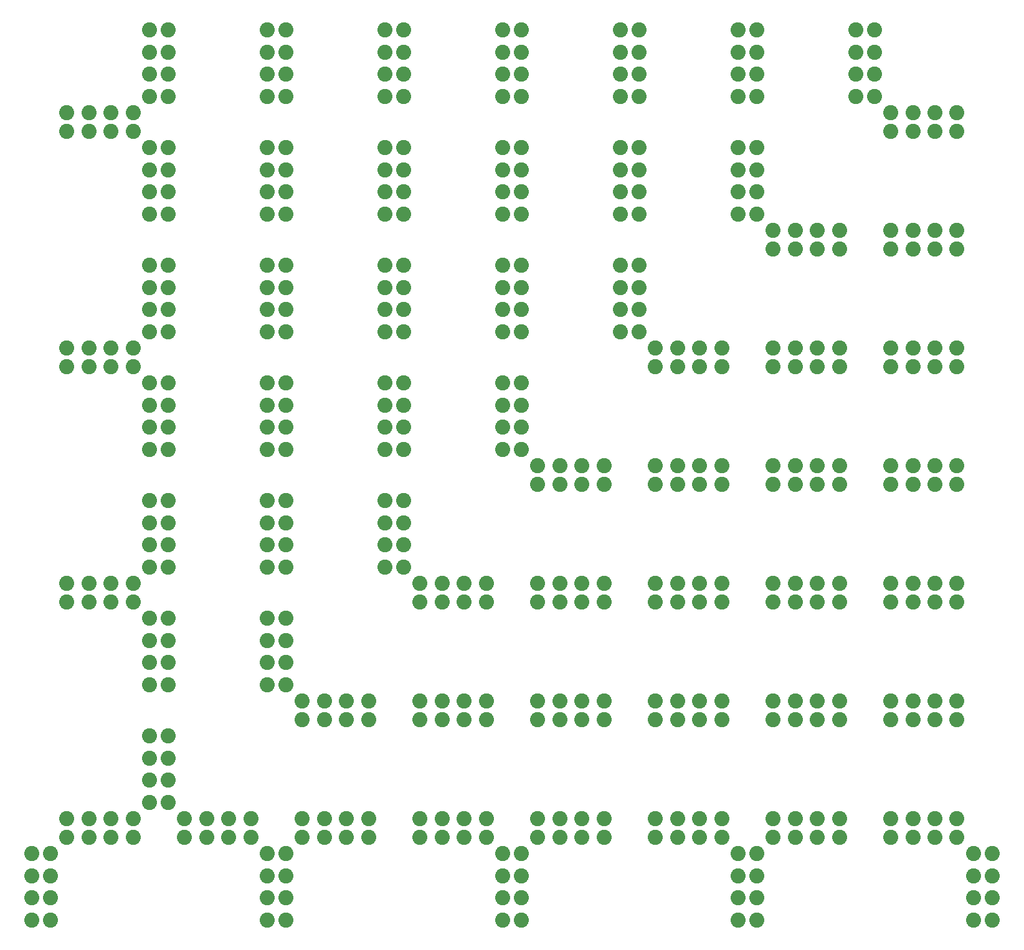
<source format=gbs>
G04 DipTrace 2.4.0.2*
%IN64xAPA102Cx16mm.gbs*%
%MOMM*%
%ADD27C,2.05*%
%FSLAX53Y53*%
G04*
G71*
G90*
G75*
G01*
%LNBotMask*%
%LPD*%
D27*
X11258Y16508D3*
X8758D3*
X11258Y19508D3*
X8758D3*
X11258Y13508D3*
X8758D3*
X11258Y22508D3*
X8758D3*
X19508Y27258D3*
Y24758D3*
X16508Y27258D3*
Y24758D3*
X22508Y27258D3*
Y24758D3*
X13508Y27258D3*
Y24758D3*
X27258Y32508D3*
X24758D3*
X27258Y35508D3*
X24758D3*
X27258Y29508D3*
X24758D3*
X27258Y38508D3*
X24758D3*
X32508Y24758D3*
Y27258D3*
X35508Y24758D3*
Y27258D3*
X29508Y24758D3*
Y27258D3*
X38508Y24758D3*
Y27258D3*
X43258Y16508D3*
X40758D3*
X43258Y19508D3*
X40758D3*
X43258Y13508D3*
X40758D3*
X43258Y22508D3*
X40758D3*
X51508Y27258D3*
Y24758D3*
X48508Y27258D3*
Y24758D3*
X54508Y27258D3*
Y24758D3*
X45508Y27258D3*
Y24758D3*
X51508Y43258D3*
Y40758D3*
X48508Y43258D3*
Y40758D3*
X54508Y43258D3*
Y40758D3*
X45508Y43258D3*
Y40758D3*
X40758Y51508D3*
X43258D3*
X40758Y48508D3*
X43258D3*
X40758Y54508D3*
X43258D3*
X40758Y45508D3*
X43258D3*
X24758Y51508D3*
X27258D3*
X24758Y48508D3*
X27258D3*
X24758Y54508D3*
X27258D3*
X24758Y45508D3*
X27258D3*
X19508Y59258D3*
Y56758D3*
X16508Y59258D3*
Y56758D3*
X22508Y59258D3*
Y56758D3*
X13508Y59258D3*
Y56758D3*
X27258Y64508D3*
X24758D3*
X27258Y67508D3*
X24758D3*
X27258Y61508D3*
X24758D3*
X27258Y70508D3*
X24758D3*
X43258Y64508D3*
X40758D3*
X43258Y67508D3*
X40758D3*
X43258Y61508D3*
X40758D3*
X43258Y70508D3*
X40758D3*
X59258Y64508D3*
X56758D3*
X59258Y67508D3*
X56758D3*
X59258Y61508D3*
X56758D3*
X59258Y70508D3*
X56758D3*
X64508Y56758D3*
Y59258D3*
X67508Y56758D3*
Y59258D3*
X61508Y56758D3*
Y59258D3*
X70508Y56758D3*
Y59258D3*
X64508Y40758D3*
Y43258D3*
X67508Y40758D3*
Y43258D3*
X61508Y40758D3*
Y43258D3*
X70508Y40758D3*
Y43258D3*
X64508Y24758D3*
Y27258D3*
X67508Y24758D3*
Y27258D3*
X61508Y24758D3*
Y27258D3*
X70508Y24758D3*
Y27258D3*
X75258Y16508D3*
X72758D3*
X75258Y19508D3*
X72758D3*
X75258Y13508D3*
X72758D3*
X75258Y22508D3*
X72758D3*
X83508Y27258D3*
Y24758D3*
X80508Y27258D3*
Y24758D3*
X86508Y27258D3*
Y24758D3*
X77508Y27258D3*
Y24758D3*
X83508Y43258D3*
Y40758D3*
X80508Y43258D3*
Y40758D3*
X86508Y43258D3*
Y40758D3*
X77508Y43258D3*
Y40758D3*
X83508Y59258D3*
Y56758D3*
X80508Y59258D3*
Y56758D3*
X86508Y59258D3*
Y56758D3*
X77508Y59258D3*
Y56758D3*
X83508Y75258D3*
Y72758D3*
X80508Y75258D3*
Y72758D3*
X86508Y75258D3*
Y72758D3*
X77508Y75258D3*
Y72758D3*
X72758Y83508D3*
X75258D3*
X72758Y80508D3*
X75258D3*
X72758Y86508D3*
X75258D3*
X72758Y77508D3*
X75258D3*
X56758Y83508D3*
X59258D3*
X56758Y80508D3*
X59258D3*
X56758Y86508D3*
X59258D3*
X56758Y77508D3*
X59258D3*
X40758Y83508D3*
X43258D3*
X40758Y80508D3*
X43258D3*
X40758Y86508D3*
X43258D3*
X40758Y77508D3*
X43258D3*
X24758Y83508D3*
X27258D3*
X24758Y80508D3*
X27258D3*
X24758Y86508D3*
X27258D3*
X24758Y77508D3*
X27258D3*
X19508Y91258D3*
Y88758D3*
X16508Y91258D3*
Y88758D3*
X22508Y91258D3*
Y88758D3*
X13508Y91258D3*
Y88758D3*
X27258Y96508D3*
X24758D3*
X27258Y99508D3*
X24758D3*
X27258Y93508D3*
X24758D3*
X27258Y102508D3*
X24758D3*
X43258Y96508D3*
X40758D3*
X43258Y99508D3*
X40758D3*
X43258Y93508D3*
X40758D3*
X43258Y102508D3*
X40758D3*
X59258Y96508D3*
X56758D3*
X59258Y99508D3*
X56758D3*
X59258Y93508D3*
X56758D3*
X59258Y102508D3*
X56758D3*
X75258Y96508D3*
X72758D3*
X75258Y99508D3*
X72758D3*
X75258Y93508D3*
X72758D3*
X75258Y102508D3*
X72758D3*
X91258Y96508D3*
X88758D3*
X91258Y99508D3*
X88758D3*
X91258Y93508D3*
X88758D3*
X91258Y102508D3*
X88758D3*
X96508Y88758D3*
Y91258D3*
X99508Y88758D3*
Y91258D3*
X93508Y88758D3*
Y91258D3*
X102508Y88758D3*
Y91258D3*
X96508Y72758D3*
Y75258D3*
X99508Y72758D3*
Y75258D3*
X93508Y72758D3*
Y75258D3*
X102508Y72758D3*
Y75258D3*
X96508Y56758D3*
Y59258D3*
X99508Y56758D3*
Y59258D3*
X93508Y56758D3*
Y59258D3*
X102508Y56758D3*
Y59258D3*
X96508Y40758D3*
Y43258D3*
X99508Y40758D3*
Y43258D3*
X93508Y40758D3*
Y43258D3*
X102508Y40758D3*
Y43258D3*
X96508Y24758D3*
Y27258D3*
X99508Y24758D3*
Y27258D3*
X93508Y24758D3*
Y27258D3*
X102508Y24758D3*
Y27258D3*
X107258Y16508D3*
X104758D3*
X107258Y19508D3*
X104758D3*
X107258Y13508D3*
X104758D3*
X107258Y22508D3*
X104758D3*
X115508Y27258D3*
Y24758D3*
X112508Y27258D3*
Y24758D3*
X118508Y27258D3*
Y24758D3*
X109508Y27258D3*
Y24758D3*
X115508Y43258D3*
Y40758D3*
X112508Y43258D3*
Y40758D3*
X118508Y43258D3*
Y40758D3*
X109508Y43258D3*
Y40758D3*
X115508Y59258D3*
Y56758D3*
X112508Y59258D3*
Y56758D3*
X118508Y59258D3*
Y56758D3*
X109508Y59258D3*
Y56758D3*
X115508Y75258D3*
Y72758D3*
X112508Y75258D3*
Y72758D3*
X118508Y75258D3*
Y72758D3*
X109508Y75258D3*
Y72758D3*
X115508Y91258D3*
Y88758D3*
X112508Y91258D3*
Y88758D3*
X118508Y91258D3*
Y88758D3*
X109508Y91258D3*
Y88758D3*
X115508Y107258D3*
Y104758D3*
X112508Y107258D3*
Y104758D3*
X118508Y107258D3*
Y104758D3*
X109508Y107258D3*
Y104758D3*
X104758Y115508D3*
X107258D3*
X104758Y112508D3*
X107258D3*
X104758Y118508D3*
X107258D3*
X104758Y109508D3*
X107258D3*
X88758Y115508D3*
X91258D3*
X88758Y112508D3*
X91258D3*
X88758Y118508D3*
X91258D3*
X88758Y109508D3*
X91258D3*
X72758Y115508D3*
X75258D3*
X72758Y112508D3*
X75258D3*
X72758Y118508D3*
X75258D3*
X72758Y109508D3*
X75258D3*
X56758Y115508D3*
X59258D3*
X56758Y112508D3*
X59258D3*
X56758Y118508D3*
X59258D3*
X56758Y109508D3*
X59258D3*
X40758Y115508D3*
X43258D3*
X40758Y112508D3*
X43258D3*
X40758Y118508D3*
X43258D3*
X40758Y109508D3*
X43258D3*
X24758Y115508D3*
X27258D3*
X24758Y112508D3*
X27258D3*
X24758Y118508D3*
X27258D3*
X24758Y109508D3*
X27258D3*
X19508Y123258D3*
Y120758D3*
X16508Y123258D3*
Y120758D3*
X22508Y123258D3*
Y120758D3*
X13508Y123258D3*
Y120758D3*
X27258Y128508D3*
X24758D3*
X27258Y131508D3*
X24758D3*
X27258Y125508D3*
X24758D3*
X27258Y134508D3*
X24758D3*
X43258Y128508D3*
X40758D3*
X43258Y131508D3*
X40758D3*
X43258Y125508D3*
X40758D3*
X43258Y134508D3*
X40758D3*
X59258Y128508D3*
X56758D3*
X59258Y131508D3*
X56758D3*
X59258Y125508D3*
X56758D3*
X59258Y134508D3*
X56758D3*
X75258Y128508D3*
X72758D3*
X75258Y131508D3*
X72758D3*
X75258Y125508D3*
X72758D3*
X75258Y134508D3*
X72758D3*
X91258Y128508D3*
X88758D3*
X91258Y131508D3*
X88758D3*
X91258Y125508D3*
X88758D3*
X91258Y134508D3*
X88758D3*
X107258Y128508D3*
X104758D3*
X107258Y131508D3*
X104758D3*
X107258Y125508D3*
X104758D3*
X107258Y134508D3*
X104758D3*
X123258Y128508D3*
X120758D3*
X123258Y131508D3*
X120758D3*
X123258Y125508D3*
X120758D3*
X123258Y134508D3*
X120758D3*
X128508Y120758D3*
Y123258D3*
X131508Y120758D3*
Y123258D3*
X125508Y120758D3*
Y123258D3*
X134508Y120758D3*
Y123258D3*
X128508Y104758D3*
Y107258D3*
X131508Y104758D3*
Y107258D3*
X125508Y104758D3*
Y107258D3*
X134508Y104758D3*
Y107258D3*
X128508Y88758D3*
Y91258D3*
X131508Y88758D3*
Y91258D3*
X125508Y88758D3*
Y91258D3*
X134508Y88758D3*
Y91258D3*
X128508Y72758D3*
Y75258D3*
X131508Y72758D3*
Y75258D3*
X125508Y72758D3*
Y75258D3*
X134508Y72758D3*
Y75258D3*
X128508Y56758D3*
Y59258D3*
X131508Y56758D3*
Y59258D3*
X125508Y56758D3*
Y59258D3*
X134508Y56758D3*
Y59258D3*
X128508Y40758D3*
Y43258D3*
X131508Y40758D3*
Y43258D3*
X125508Y40758D3*
Y43258D3*
X134508Y40758D3*
Y43258D3*
X128508Y24758D3*
Y27258D3*
X131508Y24758D3*
Y27258D3*
X125508Y24758D3*
Y27258D3*
X134508Y24758D3*
Y27258D3*
X136758Y19508D3*
X139258D3*
X136758Y16508D3*
X139258D3*
X136758Y22508D3*
X139258D3*
X136758Y13508D3*
X139258D3*
M02*

</source>
